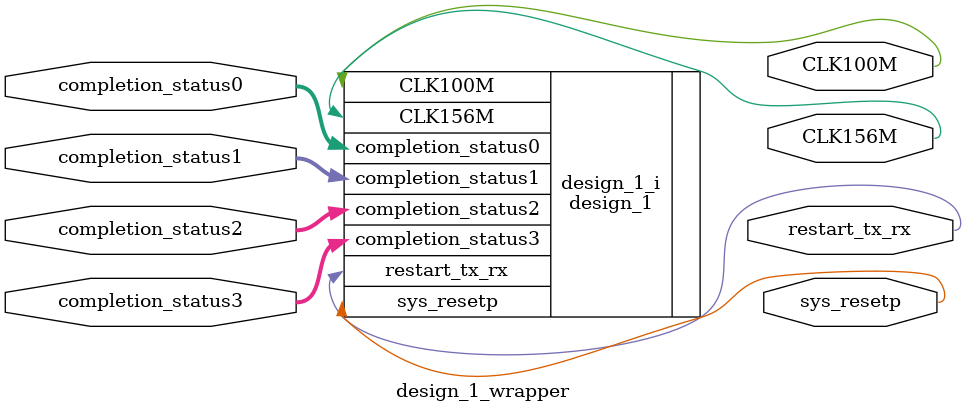
<source format=v>
`timescale 1 ps / 1 ps

module design_1_wrapper
   (CLK100M,
    CLK156M,
    completion_status0,
    completion_status1,
    completion_status2,
    completion_status3,
    restart_tx_rx,
    sys_resetp);
  output CLK100M;
  output CLK156M;
  input [4:0]completion_status0;
  input [4:0]completion_status1;
  input [4:0]completion_status2;
  input [4:0]completion_status3;
  output restart_tx_rx;
  output sys_resetp;

  wire CLK100M;
  wire CLK156M;
  wire [4:0]completion_status0;
  wire [4:0]completion_status1;
  wire [4:0]completion_status2;
  wire [4:0]completion_status3;
  wire restart_tx_rx;
  wire sys_resetp;

  design_1 design_1_i
       (.CLK100M(CLK100M),
        .CLK156M(CLK156M),
        .completion_status0(completion_status0),
        .completion_status1(completion_status1),
        .completion_status2(completion_status2),
        .completion_status3(completion_status3),
        .restart_tx_rx(restart_tx_rx),
        .sys_resetp(sys_resetp));
endmodule

</source>
